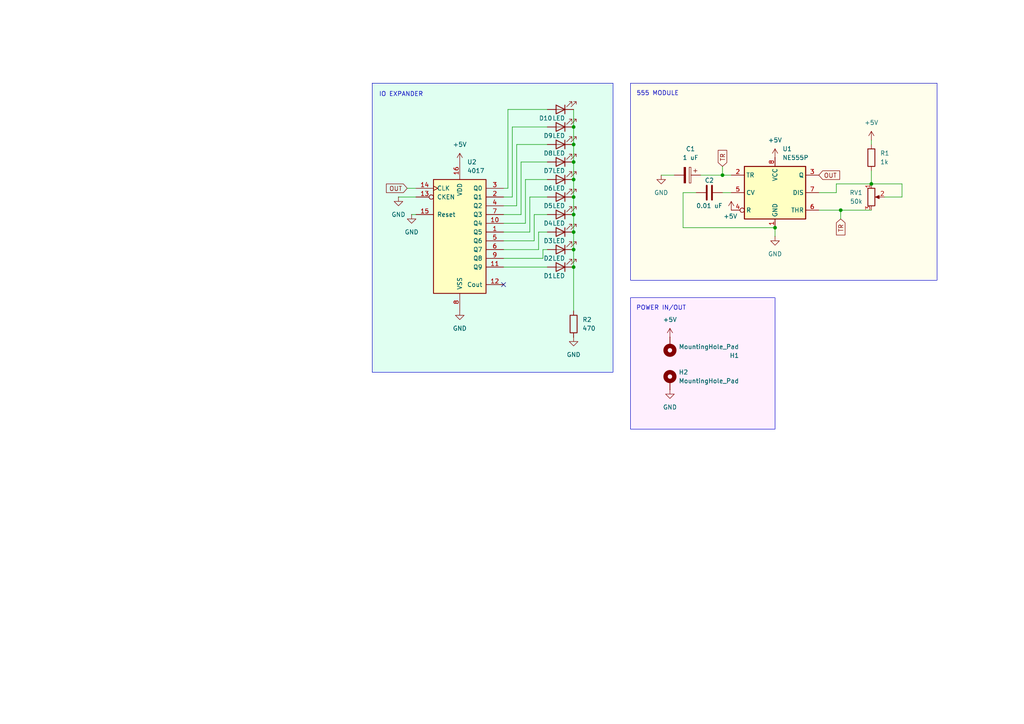
<source format=kicad_sch>
(kicad_sch (version 20250114) (generator "eeschema") (generator_version "9.0")
  (paper "A4")
  (lib_symbols
    (symbol "4xxx:4017" (pin_names (offset 1.016))
      (property "Reference" "U" (at -7.62 16.51 0))
      (property "Value" "4017" (at -7.62 -19.05 0))
      (symbol "4017_1_0"
        (pin input clock (at -12.7 12.7 0) (length 5.08) (name "CLK") (number "14"))
        (pin input inverted (at -12.7 10.16 0) (length 5.08) (name "CKEN") (number "13"))
        (pin input line (at -12.7 5.08 0) (length 5.08) (name "Reset") (number "15"))
        (pin power_in line (at 0 20.32 270) (length 5.08) (name "VDD") (number "16"))
        (pin power_in line (at 0 -22.86 90) (length 5.08) (name "VSS") (number "8"))
        (pin output line (at 12.7 12.7 180) (length 5.08) (name "Q0") (number "3"))
        (pin output line (at 12.7 10.16 180) (length 5.08) (name "Q1") (number "2"))
        (pin output line (at 12.7 7.62 180) (length 5.08) (name "Q2") (number "4"))
        (pin output line (at 12.7 5.08 180) (length 5.08) (name "Q3") (number "7"))
        (pin output line (at 12.7 2.54 180) (length 5.08) (name "Q4") (number "10"))
        (pin output line (at 12.7 0 180) (length 5.08) (name "Q5") (number "1"))
        (pin output line (at 12.7 -2.54 180) (length 5.08) (name "Q6") (number "5"))
        (pin output line (at 12.7 -5.08 180) (length 5.08) (name "Q7") (number "6"))
        (pin output line (at 12.7 -7.62 180) (length 5.08) (name "Q8") (number "9"))
        (pin output line (at 12.7 -10.16 180) (length 5.08) (name "Q9") (number "11"))
        (pin output line (at 12.7 -15.24 180) (length 5.08) (name "Cout") (number "12"))
      )
      (symbol "4017_1_1"
        (rectangle (start -7.62 15.24) (end 7.62 -17.78) (stroke (width 0.254)) (fill (type background)))
      )
    )
    (symbol "Device:C" (pin_numbers (hide yes)) (pin_names (offset 0.254))
      (property "Reference" "C" (at 0.635 2.54 0))
      (property "Value" "C" (at 0.635 -2.54 0))
      (symbol "C_0_1"
        (polyline (pts (xy -2.032 0.762) (xy 2.032 0.762)) (stroke (width 0.508)))
        (polyline (pts (xy -2.032 -0.762) (xy 2.032 -0.762)) (stroke (width 0.508)))
      )
      (symbol "C_1_1"
        (pin passive line (at 0 3.81 270) (length 2.794) (name "~") (number "1"))
        (pin passive line (at 0 -3.81 90) (length 2.794) (name "~") (number "2"))
      )
    )
    (symbol "Device:C_Polarized" (pin_numbers (hide yes)) (pin_names (offset 0.254))
      (property "Reference" "C" (at 0.635 2.54 0))
      (property "Value" "C_Polarized" (at 0.635 -2.54 0))
      (symbol "C_Polarized_0_1"
        (rectangle (start -2.286 0.508) (end 2.286 1.016))
        (polyline (pts (xy -1.778 2.286) (xy -0.762 2.286)))
        (polyline (pts (xy -1.27 2.794) (xy -1.27 1.778)))
        (rectangle (start 2.286 -0.508) (end -2.286 -1.016) (fill (type outline)))
      )
      (symbol "C_Polarized_1_1"
        (pin passive line (at 0 3.81 270) (length 2.794) (name "~") (number "1"))
        (pin passive line (at 0 -3.81 90) (length 2.794) (name "~") (number "2"))
      )
    )
    (symbol "Device:LED" (pin_numbers (hide yes)) (pin_names (offset 1.016) (hide yes))
      (property "Reference" "D" (at 0 2.54 0))
      (property "Value" "LED" (at 0 -2.54 0))
      (symbol "LED_0_1"
        (polyline (pts (xy -3.048 -0.762) (xy -4.572 -2.286) (xy -3.81 -2.286) (xy -4.572 -2.286) (xy -4.572 -1.524)))
        (polyline (pts (xy -1.778 -0.762) (xy -3.302 -2.286) (xy -2.54 -2.286) (xy -3.302 -2.286) (xy -3.302 -1.524)))
        (polyline (pts (xy -1.27 0) (xy 1.27 0)))
        (polyline (pts (xy -1.27 -1.27) (xy -1.27 1.27)) (stroke (width 0.254)))
        (polyline (pts (xy 1.27 -1.27) (xy 1.27 1.27) (xy -1.27 0) (xy 1.27 -1.27)) (stroke (width 0.254)))
      )
      (symbol "LED_1_1"
        (pin passive line (at -3.81 0 0) (length 2.54) (name "K") (number "1"))
        (pin passive line (at 3.81 0 180) (length 2.54) (name "A") (number "2"))
      )
    )
    (symbol "Device:R" (pin_numbers (hide yes)) (pin_names (offset 0))
      (property "Reference" "R" (at 2.032 0 90))
      (property "Value" "R" (at 0 0 90))
      (symbol "R_0_1"
        (rectangle (start -1.016 -2.54) (end 1.016 2.54) (stroke (width 0.254)))
      )
      (symbol "R_1_1"
        (pin passive line (at 0 3.81 270) (length 1.27) (name "~") (number "1"))
        (pin passive line (at 0 -3.81 90) (length 1.27) (name "~") (number "2"))
      )
    )
    (symbol "Device:R_Potentiometer" (pin_names (offset 1.016) (hide yes))
      (property "Reference" "RV" (at -4.445 0 90))
      (property "Value" "R_Potentiometer" (at -2.54 0 90))
      (symbol "R_Potentiometer_0_1"
        (rectangle (start 1.016 2.54) (end -1.016 -2.54) (stroke (width 0.254)))
        (polyline (pts (xy 1.143 0) (xy 2.286 0.508) (xy 2.286 -0.508) (xy 1.143 0)) (fill (type outline)))
        (polyline (pts (xy 2.54 0) (xy 1.524 0)))
      )
      (symbol "R_Potentiometer_1_1"
        (pin passive line (at 0 3.81 270) (length 1.27) (name "1") (number "1"))
        (pin passive line (at 0 -3.81 90) (length 1.27) (name "3") (number "3"))
        (pin passive line (at 3.81 0 180) (length 1.27) (name "2") (number "2"))
      )
    )
    (symbol "Mechanical:MountingHole_Pad" (pin_numbers (hide yes)) (pin_names (offset 1.016) (hide yes)) (in_bom no)
      (property "Reference" "H" (at 0 6.35 0))
      (property "Value" "MountingHole_Pad" (at 0 4.445 0))
      (symbol "MountingHole_Pad_0_1"
        (circle (center 0 1.27) (radius 1.27) (stroke (width 1.27)))
      )
      (symbol "MountingHole_Pad_1_1"
        (pin input line (at 0 -2.54 90) (length 2.54) (name "1") (number "1"))
      )
    )
    (symbol "Timer:NE555P"
      (property "Reference" "U" (at -10.16 8.89 0))
      (property "Value" "NE555P" (at 2.54 8.89 0))
      (symbol "NE555P_0_0"
        (pin power_in line (at 0 10.16 270) (length 2.54) (name "VCC") (number "8"))
        (pin power_in line (at 0 -10.16 90) (length 2.54) (name "GND") (number "1"))
      )
      (symbol "NE555P_0_1"
        (rectangle (start -8.89 -7.62) (end 8.89 7.62) (stroke (width 0.254)) (fill (type background)))
        (rectangle (start -8.89 -7.62) (end 8.89 7.62) (stroke (width 0.254)) (fill (type background)))
      )
      (symbol "NE555P_1_1"
        (pin input line (at -12.7 5.08 0) (length 3.81) (name "TR") (number "2"))
        (pin input line (at -12.7 0 0) (length 3.81) (name "CV") (number "5"))
        (pin input inverted (at -12.7 -5.08 0) (length 3.81) (name "R") (number "4"))
        (pin output line (at 12.7 5.08 180) (length 3.81) (name "Q") (number "3"))
        (pin input line (at 12.7 0 180) (length 3.81) (name "DIS") (number "7"))
        (pin input line (at 12.7 -5.08 180) (length 3.81) (name "THR") (number "6"))
      )
    )
    (symbol "power:+5V" (power) (pin_numbers (hide yes)) (pin_names (offset 0) (hide yes))
      (property "Value" "+5V" (at 0 3.556 0))
      (symbol "+5V_0_1"
        (polyline (pts (xy -0.762 1.27) (xy 0 2.54)))
        (polyline (pts (xy 0 2.54) (xy 0.762 1.27)))
        (polyline (pts (xy 0 0) (xy 0 2.54)))
      )
      (symbol "+5V_1_1"
        (pin power_in line (at 0 0 90) (length 0) (name "~") (number "1"))
      )
    )
    (symbol "power:GND" (power) (pin_numbers (hide yes)) (pin_names (offset 0) (hide yes))
      (property "Value" "GND" (at 0 -3.81 0))
      (symbol "GND_0_1"
        (polyline (pts (xy 0 0) (xy 0 -1.27) (xy 1.27 -1.27) (xy 0 -2.54) (xy -1.27 -1.27) (xy 0 -1.27)))
      )
      (symbol "GND_1_1"
        (pin power_in line (at 0 0 270) (length 0) (name "~") (number "1"))
      )
    )
  )
  (rectangle (start 107.95 24.13) (end 177.8 107.95) (fill (type color) (color 224 255 241 1)))
  (rectangle (start 182.88 24.13) (end 271.78 81.28) (fill (type color) (color 255 254 236 1)))
  (rectangle (start 182.88 86.36) (end 224.79 124.46) (fill (type color) (color 255 239 254 1)))
  (text "POWER IN/OUT\n" (at 191.77 89.408 0) (effects (font (size 1.27 1.27))))
  (text "555 MODULE\n" (at 190.754 27.178 0) (effects (font (size 1.27 1.27))))
  (text "IO EXPANDER\n" (at 116.332 27.432 0) (effects (font (size 1.27 1.27))))
  (junction (at 166.37 77.47))
  (junction (at 166.37 62.23))
  (junction (at 209.55 50.8))
  (junction (at 224.79 66.04))
  (junction (at 166.37 57.15))
  (junction (at 252.73 53.34))
  (junction (at 243.84 60.96))
  (junction (at 166.37 36.83))
  (junction (at 166.37 67.31))
  (junction (at 166.37 72.39))
  (junction (at 166.37 41.91))
  (junction (at 166.37 52.07))
  (junction (at 166.37 46.99))
  (no_connect (at 146.05 82.55))
  (wire (pts (xy 191.77 50.8) (xy 195.58 50.8)))
  (wire (pts (xy 252.73 49.53) (xy 252.73 53.34)))
  (wire (pts (xy 146.05 59.69) (xy 149.86 59.69)))
  (wire (pts (xy 115.57 57.15) (xy 120.65 57.15)))
  (wire (pts (xy 153.67 57.15) (xy 158.75 57.15)))
  (wire (pts (xy 154.94 62.23) (xy 158.75 62.23)))
  (wire (pts (xy 149.86 59.69) (xy 149.86 41.91)))
  (wire (pts (xy 201.93 55.88) (xy 198.12 55.88)))
  (wire (pts (xy 203.2 50.8) (xy 209.55 50.8)))
  (wire (pts (xy 146.05 64.77) (xy 152.4 64.77)))
  (wire (pts (xy 157.48 74.93) (xy 157.48 72.39)))
  (wire (pts (xy 166.37 62.23) (xy 166.37 67.31)))
  (wire (pts (xy 166.37 57.15) (xy 166.37 62.23)))
  (wire (pts (xy 243.84 60.96) (xy 252.73 60.96)))
  (wire (pts (xy 166.37 31.75) (xy 166.37 36.83)))
  (wire (pts (xy 146.05 67.31) (xy 153.67 67.31)))
  (wire (pts (xy 261.62 53.34) (xy 261.62 57.15)))
  (wire (pts (xy 243.84 63.5) (xy 243.84 60.96)))
  (wire (pts (xy 209.55 50.8) (xy 212.09 50.8)))
  (wire (pts (xy 146.05 72.39) (xy 156.21 72.39)))
  (wire (pts (xy 151.13 46.99) (xy 158.75 46.99)))
  (wire (pts (xy 242.57 53.34) (xy 252.73 53.34)))
  (wire (pts (xy 149.86 41.91) (xy 158.75 41.91)))
  (wire (pts (xy 153.67 67.31) (xy 153.67 57.15)))
  (wire (pts (xy 166.37 72.39) (xy 166.37 77.47)))
  (wire (pts (xy 151.13 62.23) (xy 151.13 46.99)))
  (wire (pts (xy 166.37 46.99) (xy 166.37 52.07)))
  (wire (pts (xy 224.79 68.58) (xy 224.79 66.04)))
  (wire (pts (xy 237.49 60.96) (xy 243.84 60.96)))
  (wire (pts (xy 166.37 52.07) (xy 166.37 57.15)))
  (wire (pts (xy 156.21 72.39) (xy 156.21 67.31)))
  (wire (pts (xy 242.57 55.88) (xy 242.57 53.34)))
  (wire (pts (xy 147.32 54.61) (xy 147.32 31.75)))
  (wire (pts (xy 198.12 55.88) (xy 198.12 66.04)))
  (wire (pts (xy 146.05 57.15) (xy 148.59 57.15)))
  (wire (pts (xy 146.05 77.47) (xy 158.75 77.47)))
  (wire (pts (xy 166.37 67.31) (xy 166.37 72.39)))
  (wire (pts (xy 156.21 67.31) (xy 158.75 67.31)))
  (wire (pts (xy 237.49 55.88) (xy 242.57 55.88)))
  (wire (pts (xy 252.73 40.64) (xy 252.73 41.91)))
  (wire (pts (xy 166.37 36.83) (xy 166.37 41.91)))
  (wire (pts (xy 256.54 57.15) (xy 261.62 57.15)))
  (wire (pts (xy 119.38 62.23) (xy 120.65 62.23)))
  (wire (pts (xy 146.05 54.61) (xy 147.32 54.61)))
  (wire (pts (xy 146.05 62.23) (xy 151.13 62.23)))
  (wire (pts (xy 209.55 48.26) (xy 209.55 50.8)))
  (wire (pts (xy 148.59 36.83) (xy 158.75 36.83)))
  (wire (pts (xy 209.55 55.88) (xy 212.09 55.88)))
  (wire (pts (xy 146.05 74.93) (xy 157.48 74.93)))
  (wire (pts (xy 152.4 64.77) (xy 152.4 52.07)))
  (wire (pts (xy 157.48 72.39) (xy 158.75 72.39)))
  (wire (pts (xy 166.37 77.47) (xy 166.37 90.17)))
  (wire (pts (xy 252.73 53.34) (xy 261.62 53.34)))
  (wire (pts (xy 148.59 57.15) (xy 148.59 36.83)))
  (wire (pts (xy 118.11 54.61) (xy 120.65 54.61)))
  (wire (pts (xy 166.37 41.91) (xy 166.37 46.99)))
  (wire (pts (xy 152.4 52.07) (xy 158.75 52.07)))
  (wire (pts (xy 146.05 69.85) (xy 154.94 69.85)))
  (wire (pts (xy 147.32 31.75) (xy 158.75 31.75)))
  (wire (pts (xy 154.94 69.85) (xy 154.94 62.23)))
  (wire (pts (xy 198.12 66.04) (xy 224.79 66.04)))
  (global_label "OUT" (shape input) (at 237.49 50.8 0) (property "Intersheetrefs" "${INTERSHEET_REFS}" (effects (hide yes))))
  (global_label "TR" (shape input) (at 209.55 48.26 90) (property "Intersheetrefs" "${INTERSHEET_REFS}" (effects (hide yes))))
  (global_label "TR" (shape input) (at 243.84 63.5 270) (property "Intersheetrefs" "${INTERSHEET_REFS}" (effects (hide yes))))
  (global_label "OUT" (shape input) (at 118.11 54.61 180) (property "Intersheetrefs" "${INTERSHEET_REFS}" (effects (hide yes))))
  (symbol (lib_id "power:+5V") (at 224.79 45.72 0) (unit 1)
    (property "Reference" "#PWR03" (effects (hide yes)))
    (property "Value" "+5V" (at 224.79 40.64 0))
    (property "Description" "Power symbol creates a global label with name \"+5V\"" (effects (hide yes)))
  )
  (symbol (lib_id "Mechanical:MountingHole_Pad") (at 194.31 100.33 180) (unit 1) (in_bom no)
    (property "Reference" "H1" (at 214.376 103.124 0) (effects (justify left)))
    (property "Value" "MountingHole_Pad" (at 214.376 100.584 0) (effects (justify left)))
    (property "Footprint" "Connector_PinSocket_2.54mm:PinSocket_1x01_P2.54mm_Vertical" (effects (hide yes)))
    (property "Description" "Mounting Hole with connection" (effects (hide yes)))
  )
  (symbol (lib_id "Device:R_Potentiometer") (at 252.73 57.15 0) (unit 1)
    (property "Reference" "RV1" (at 250.19 55.8799 0) (effects (justify right)))
    (property "Value" "50k" (at 250.19 58.4199 0) (effects (justify right)))
    (property "Footprint" "Resistor_THT:R_Axial_DIN0207_L6.3mm_D2.5mm_P7.62mm_Horizontal" (effects (hide yes)))
    (property "Description" "Potentiometer" (effects (hide yes)))
  )
  (symbol (lib_id "Device:LED") (at 162.56 52.07 180) (unit 1)
    (property "Reference" "D6" (at 159.004 54.61 0))
    (property "Value" "LED" (at 162.052 54.61 0))
    (property "Footprint" "LED_THT:LED_D3.0mm" (effects (hide yes)))
    (property "Description" "Light emitting diode" (effects (hide yes)))
    (property "Sim.Pins" "1=K 2=A" (effects (hide yes)))
  )
  (symbol (lib_id "Device:R") (at 166.37 93.98 0) (unit 1)
    (property "Reference" "R2" (at 168.91 92.7099 0) (effects (justify left)))
    (property "Value" "470" (at 168.91 95.2499 0) (effects (justify left)))
    (property "Footprint" "Resistor_THT:R_Axial_DIN0207_L6.3mm_D2.5mm_P7.62mm_Horizontal" (effects (hide yes)))
    (property "Description" "Resistor" (effects (hide yes)))
  )
  (symbol (lib_id "4xxx:4017") (at 133.35 67.31 0) (unit 1)
    (property "Reference" "U2" (at 135.4933 46.99 0) (effects (justify left)))
    (property "Value" "4017" (at 135.4933 49.53 0) (effects (justify left)))
    (property "Footprint" "CD4017:N16" (effects (hide yes)))
    (property "Datasheet" "http://www.intersil.com/content/dam/Intersil/documents/cd40/cd4017bms-22bms.pdf" (effects (hide yes)))
    (property "Description" "Johnson Counter ( 10 outputs )" (effects (hide yes)))
  )
  (symbol (lib_id "Device:LED") (at 162.56 31.75 180) (unit 1)
    (property "Reference" "D10" (at 158.242 34.29 0))
    (property "Value" "LED" (at 162.052 34.29 0))
    (property "Footprint" "LED_THT:LED_D3.0mm" (effects (hide yes)))
    (property "Description" "Light emitting diode" (effects (hide yes)))
    (property "Sim.Pins" "1=K 2=A" (effects (hide yes)))
  )
  (symbol (lib_id "power:GND") (at 224.79 68.58 0) (unit 1)
    (property "Reference" "#PWR04" (effects (hide yes)))
    (property "Value" "GND" (at 224.79 73.66 0))
    (property "Description" "Power symbol creates a global label with name \"GND\" , ground" (effects (hide yes)))
  )
  (symbol (lib_id "Device:C") (at 205.74 55.88 90) (unit 1)
    (property "Reference" "C2" (at 205.74 52.324 90))
    (property "Value" "0.01 uF" (at 205.74 59.69 90))
    (property "Footprint" "Capacitor_THT:CP_Radial_D5.0mm_P2.00mm" (effects (hide yes)))
    (property "Description" "Unpolarized capacitor" (effects (hide yes)))
  )
  (symbol (lib_id "Device:LED") (at 162.56 77.47 180) (unit 1)
    (property "Reference" "D1" (at 159.004 80.01 0))
    (property "Value" "LED" (at 162.052 80.01 0))
    (property "Footprint" "LED_THT:LED_D3.0mm" (effects (hide yes)))
    (property "Description" "Light emitting diode" (effects (hide yes)))
    (property "Sim.Pins" "1=K 2=A" (effects (hide yes)))
  )
  (symbol (lib_id "power:+5V") (at 133.35 46.99 0) (unit 1)
    (property "Reference" "#PWR08" (effects (hide yes)))
    (property "Value" "+5V" (at 133.35 41.91 0))
    (property "Description" "Power symbol creates a global label with name \"+5V\"" (effects (hide yes)))
  )
  (symbol (lib_id "power:+5V") (at 212.09 60.96 0) (unit 1)
    (property "Reference" "#PWR06" (effects (hide yes)))
    (property "Value" "+5V" (at 211.836 62.738 0))
    (property "Description" "Power symbol creates a global label with name \"+5V\"" (effects (hide yes)))
  )
  (symbol (lib_id "Device:LED") (at 162.56 46.99 180) (unit 1)
    (property "Reference" "D7" (at 159.004 49.53 0))
    (property "Value" "LED" (at 162.052 49.53 0))
    (property "Footprint" "LED_THT:LED_D3.0mm" (effects (hide yes)))
    (property "Description" "Light emitting diode" (effects (hide yes)))
    (property "Sim.Pins" "1=K 2=A" (effects (hide yes)))
  )
  (symbol (lib_id "power:GND") (at 119.38 62.23 0) (unit 1)
    (property "Reference" "#PWR011" (effects (hide yes)))
    (property "Value" "GND" (at 119.38 67.31 0))
    (property "Description" "Power symbol creates a global label with name \"GND\" , ground" (effects (hide yes)))
  )
  (symbol (lib_id "power:GND") (at 115.57 57.15 0) (unit 1)
    (property "Reference" "#PWR010" (effects (hide yes)))
    (property "Value" "GND" (at 115.57 62.23 0))
    (property "Description" "Power symbol creates a global label with name \"GND\" , ground" (effects (hide yes)))
  )
  (symbol (lib_id "Device:LED") (at 162.56 41.91 180) (unit 1)
    (property "Reference" "D8" (at 159.004 44.45 0))
    (property "Value" "LED" (at 162.052 44.45 0))
    (property "Footprint" "LED_THT:LED_D3.0mm" (effects (hide yes)))
    (property "Description" "Light emitting diode" (effects (hide yes)))
    (property "Sim.Pins" "1=K 2=A" (effects (hide yes)))
  )
  (symbol (lib_id "Timer:NE555P") (at 224.79 55.88 0) (unit 1)
    (property "Reference" "U1" (at 226.9333 43.18 0) (effects (justify left)))
    (property "Value" "NE555P" (at 226.9333 45.72 0) (effects (justify left)))
    (property "Footprint" "Package_DIP:DIP-8_W7.62mm" (effects (hide yes)))
    (property "Datasheet" "http://www.ti.com/lit/ds/symlink/ne555.pdf" (effects (hide yes)))
    (property "Description" "Precision Timers, 555 compatible,  PDIP-8" (effects (hide yes)))
  )
  (symbol (lib_id "Device:LED") (at 162.56 62.23 180) (unit 1)
    (property "Reference" "D4" (at 159.004 64.77 0))
    (property "Value" "LED" (at 162.052 64.77 0))
    (property "Footprint" "LED_THT:LED_D3.0mm" (effects (hide yes)))
    (property "Description" "Light emitting diode" (effects (hide yes)))
    (property "Sim.Pins" "1=K 2=A" (effects (hide yes)))
  )
  (symbol (lib_id "power:GND") (at 166.37 97.79 0) (unit 1)
    (property "Reference" "#PWR012" (effects (hide yes)))
    (property "Value" "GND" (at 166.37 102.87 0))
    (property "Description" "Power symbol creates a global label with name \"GND\" , ground" (effects (hide yes)))
  )
  (symbol (lib_id "power:+5V") (at 252.73 40.64 0) (unit 1)
    (property "Reference" "#PWR07" (effects (hide yes)))
    (property "Value" "+5V" (at 252.73 35.56 0))
    (property "Description" "Power symbol creates a global label with name \"+5V\"" (effects (hide yes)))
  )
  (symbol (lib_id "Device:LED") (at 162.56 36.83 180) (unit 1)
    (property "Reference" "D9" (at 159.004 39.37 0))
    (property "Value" "LED" (at 162.052 39.37 0))
    (property "Footprint" "LED_THT:LED_D3.0mm" (effects (hide yes)))
    (property "Description" "Light emitting diode" (effects (hide yes)))
    (property "Sim.Pins" "1=K 2=A" (effects (hide yes)))
  )
  (symbol (lib_id "Device:R") (at 252.73 45.72 0) (unit 1)
    (property "Reference" "R1" (at 255.27 44.4499 0) (effects (justify left)))
    (property "Value" "1k" (at 255.27 46.9899 0) (effects (justify left)))
    (property "Footprint" "Resistor_THT:R_Axial_DIN0207_L6.3mm_D2.5mm_P7.62mm_Horizontal" (effects (hide yes)))
    (property "Description" "Resistor" (effects (hide yes)))
  )
  (symbol (lib_id "power:GND") (at 194.31 113.03 0) (unit 1)
    (property "Reference" "#PWR01" (effects (hide yes)))
    (property "Value" "GND" (at 194.31 118.11 0))
    (property "Description" "Power symbol creates a global label with name \"GND\" , ground" (effects (hide yes)))
  )
  (symbol (lib_id "power:GND") (at 133.35 90.17 0) (unit 1)
    (property "Reference" "#PWR09" (effects (hide yes)))
    (property "Value" "GND" (at 133.35 95.25 0))
    (property "Description" "Power symbol creates a global label with name \"GND\" , ground" (effects (hide yes)))
  )
  (symbol (lib_id "power:GND") (at 191.77 50.8 0) (unit 1)
    (property "Reference" "#PWR05" (effects (hide yes)))
    (property "Value" "GND" (at 191.77 55.88 0))
    (property "Description" "Power symbol creates a global label with name \"GND\" , ground" (effects (hide yes)))
  )
  (symbol (lib_id "power:+5V") (at 194.31 97.79 0) (unit 1)
    (property "Reference" "#PWR02" (effects (hide yes)))
    (property "Value" "+5V" (at 194.31 92.71 0))
    (property "Description" "Power symbol creates a global label with name \"+5V\"" (effects (hide yes)))
  )
  (symbol (lib_id "Mechanical:MountingHole_Pad") (at 194.31 110.49 0) (unit 1) (in_bom no)
    (property "Reference" "H2" (at 196.85 107.9499 0) (effects (justify left)))
    (property "Value" "MountingHole_Pad" (at 196.85 110.4899 0) (effects (justify left)))
    (property "Footprint" "Connector_PinSocket_2.54mm:PinSocket_1x01_P2.54mm_Vertical" (effects (hide yes)))
    (property "Description" "Mounting Hole with connection" (effects (hide yes)))
  )
  (symbol (lib_id "Device:LED") (at 162.56 72.39 180) (unit 1)
    (property "Reference" "D2" (at 159.004 74.93 0))
    (property "Value" "LED" (at 162.052 74.93 0))
    (property "Footprint" "LED_THT:LED_D3.0mm" (effects (hide yes)))
    (property "Description" "Light emitting diode" (effects (hide yes)))
    (property "Sim.Pins" "1=K 2=A" (effects (hide yes)))
  )
  (symbol (lib_id "Device:LED") (at 162.56 67.31 180) (unit 1)
    (property "Reference" "D3" (at 159.004 69.85 0))
    (property "Value" "LED" (at 162.052 69.85 0))
    (property "Footprint" "LED_THT:LED_D3.0mm" (effects (hide yes)))
    (property "Description" "Light emitting diode" (effects (hide yes)))
    (property "Sim.Pins" "1=K 2=A" (effects (hide yes)))
  )
  (symbol (lib_id "Device:C_Polarized") (at 199.39 50.8 270) (unit 1)
    (property "Reference" "C1" (at 200.279 43.18 90))
    (property "Value" "1 uF" (at 200.279 45.72 90))
    (property "Footprint" "Capacitor_THT:CP_Radial_D5.0mm_P2.00mm" (effects (hide yes)))
    (property "Description" "Polarized capacitor" (effects (hide yes)))
  )
  (symbol (lib_id "Device:LED") (at 162.56 57.15 180) (unit 1)
    (property "Reference" "D5" (at 159.004 59.69 0))
    (property "Value" "LED" (at 162.052 59.69 0))
    (property "Footprint" "LED_THT:LED_D3.0mm" (effects (hide yes)))
    (property "Description" "Light emitting diode" (effects (hide yes)))
    (property "Sim.Pins" "1=K 2=A" (effects (hide yes)))
  )
)
</source>
